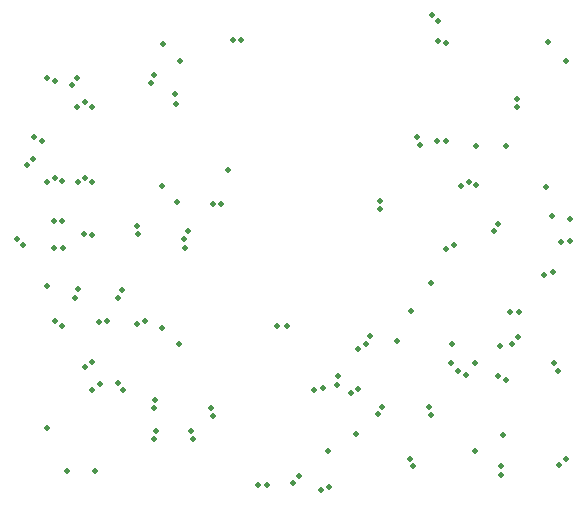
<source format=gbr>
G04*
G04 #@! TF.GenerationSoftware,Altium Limited,Altium Designer,23.8.1 (32)*
G04*
G04 Layer_Color=16711935*
%FSLAX44Y44*%
%MOMM*%
G71*
G04*
G04 #@! TF.SameCoordinates,4E8033DB-9698-49A7-8747-1B8CF0FAEC2F*
G04*
G04*
G04 #@! TF.FilePolarity,Positive*
G04*
G01*
G75*
%ADD21C,0.5000*%
D21*
X41900Y116386D02*
D03*
X151735Y307120D02*
D03*
X153032Y187120D02*
D03*
X427798Y110257D02*
D03*
X404179Y96500D02*
D03*
X303449Y111051D02*
D03*
X279259Y96555D02*
D03*
X425455Y185342D02*
D03*
X466104Y443087D02*
D03*
X480914Y427120D02*
D03*
X54600Y291303D02*
D03*
X41727Y236628D02*
D03*
X54600Y324839D02*
D03*
X41900Y412790D02*
D03*
X67300Y387424D02*
D03*
X80000Y172015D02*
D03*
Y148477D02*
D03*
X105479Y147953D02*
D03*
X117886Y203956D02*
D03*
X67577Y324484D02*
D03*
X54719Y268254D02*
D03*
X132206Y132880D02*
D03*
X133420Y113715D02*
D03*
X163661D02*
D03*
X180000Y132880D02*
D03*
X79947Y387639D02*
D03*
X67056Y412418D02*
D03*
X54600Y202495D02*
D03*
X41900Y323914D02*
D03*
X29711Y344172D02*
D03*
X92503Y206685D02*
D03*
X67450Y233398D02*
D03*
X105400Y232953D02*
D03*
X21269Y270906D02*
D03*
X354839Y362595D02*
D03*
X379600Y441765D02*
D03*
Y359282D02*
D03*
X275040Y150038D02*
D03*
X405000Y354464D02*
D03*
X430400Y354499D02*
D03*
X405000Y321536D02*
D03*
X420217Y282495D02*
D03*
X392344Y320838D02*
D03*
X379600Y267697D02*
D03*
X338188Y189981D02*
D03*
X383976Y170686D02*
D03*
X440587Y193020D02*
D03*
X469960Y248185D02*
D03*
X304981Y182865D02*
D03*
X384480Y187502D02*
D03*
X314706Y194081D02*
D03*
X351822Y83486D02*
D03*
X348667Y89872D02*
D03*
X396441Y161157D02*
D03*
X324985Y133878D02*
D03*
X365072D02*
D03*
X463962Y320246D02*
D03*
X484000Y274000D02*
D03*
X423686Y160052D02*
D03*
X366757Y239216D02*
D03*
X304942Y149328D02*
D03*
X198840Y444837D02*
D03*
X194937Y334110D02*
D03*
X403897Y171180D02*
D03*
X426274Y83500D02*
D03*
X220000Y68106D02*
D03*
X280022Y66500D02*
D03*
X250000Y69833D02*
D03*
X81874Y80000D02*
D03*
X58395D02*
D03*
X79963Y279806D02*
D03*
X440823Y214587D02*
D03*
X349511Y215300D02*
D03*
X30361Y362019D02*
D03*
X439098Y394988D02*
D03*
X468723Y295452D02*
D03*
X484035Y293134D02*
D03*
X389323Y164512D02*
D03*
X158153Y268237D02*
D03*
X118340Y280208D02*
D03*
X323458Y301056D02*
D03*
X138769Y200785D02*
D03*
X139086Y320943D02*
D03*
X153855Y427120D02*
D03*
X129449Y408291D02*
D03*
X139449Y441196D02*
D03*
X16057Y275731D02*
D03*
X47484Y290951D02*
D03*
X47600Y268311D02*
D03*
X72692Y279981D02*
D03*
X118016Y287269D02*
D03*
X47940Y327877D02*
D03*
X74080Y327977D02*
D03*
X37281Y358999D02*
D03*
X24411Y339043D02*
D03*
X80000Y324010D02*
D03*
X73647Y391820D02*
D03*
X48592Y409961D02*
D03*
X63080Y406285D02*
D03*
X131927Y415135D02*
D03*
X189000Y306000D02*
D03*
X157193Y275679D02*
D03*
X160564Y282703D02*
D03*
X181894Y305760D02*
D03*
X65173Y226410D02*
D03*
X85456Y205746D02*
D03*
X48608Y206435D02*
D03*
X74029Y167316D02*
D03*
X86461Y152941D02*
D03*
X101458Y153834D02*
D03*
X132762Y140141D02*
D03*
X131754Y106608D02*
D03*
X164991Y106667D02*
D03*
X181699Y125804D02*
D03*
X124608Y206576D02*
D03*
X101429Y226440D02*
D03*
X236209Y202107D02*
D03*
X244309Y202496D02*
D03*
X227380Y67983D02*
D03*
X254613Y75282D02*
D03*
X273567Y63548D02*
D03*
X426244Y76168D02*
D03*
X480555Y90000D02*
D03*
X475232Y84625D02*
D03*
X366951Y127055D02*
D03*
X321356Y127729D02*
D03*
X298989Y145395D02*
D03*
X267889Y148612D02*
D03*
X311212Y187490D02*
D03*
X288000Y160000D02*
D03*
X286785Y152774D02*
D03*
X206094Y444710D02*
D03*
X323596Y308090D02*
D03*
X430195Y156977D02*
D03*
X474067Y164680D02*
D03*
X471000Y171180D02*
D03*
X435306Y187470D02*
D03*
X433336Y214675D02*
D03*
X462516Y245730D02*
D03*
X476959Y273750D02*
D03*
X423556Y288682D02*
D03*
X385934Y271105D02*
D03*
X398563Y324356D02*
D03*
X371553Y358768D02*
D03*
X357078Y355737D02*
D03*
X372447Y443488D02*
D03*
X367714Y465860D02*
D03*
X372176Y460260D02*
D03*
X439226Y387912D02*
D03*
X149982Y398442D02*
D03*
X150515Y390069D02*
D03*
M02*

</source>
